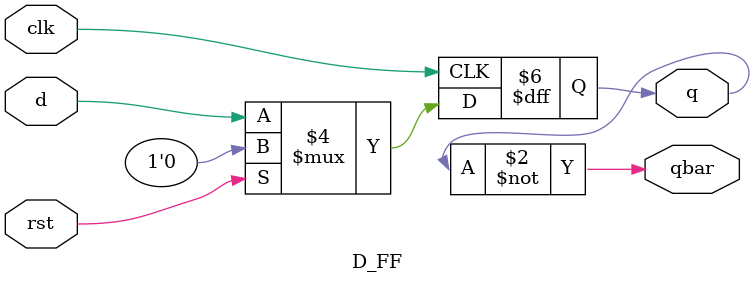
<source format=v>
`timescale 1ns / 1ps

module D_FF(
    input d,clk,rst,
    output reg q,
    output qbar
    );
    always @(posedge clk) begin
    if(rst) q<=0;
    else  q<=d; end
    assign qbar=~q;
endmodule

</source>
